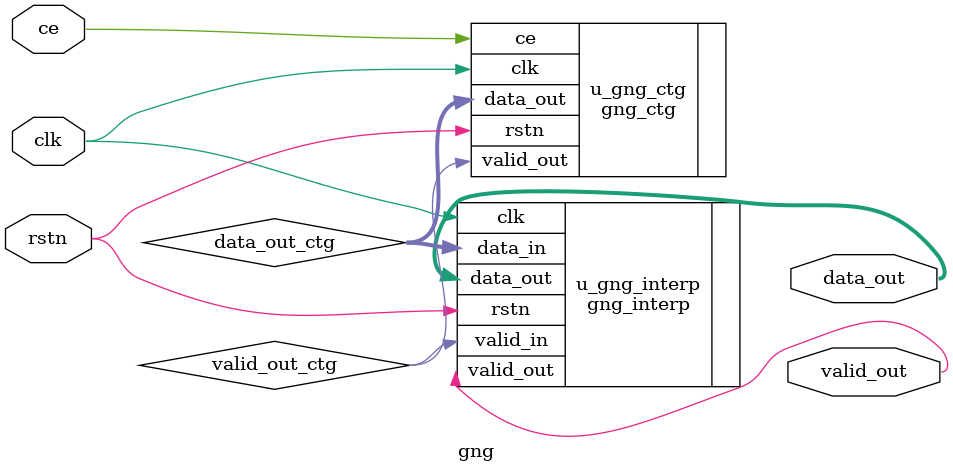
<source format=v>
 
 
`timescale 1 ns / 1 ps
 
 
module gng #(
    parameter INIT_Z1 = 64'd5030521883283424767,
    parameter INIT_Z2 = 64'd18445829279364155008,
    parameter INIT_Z3 = 64'd18436106298727503359
)
(
    // System signals
    input clk,                    // system clock
    input rstn,                   // system synchronous reset, active low
 
    // Data interface
    input ce,                     // clock enable
    output valid_out,             // output data valid
    output [15:0] data_out        // output data, s<16,11>
);
 
// Local variables
wire valid_out_ctg;
wire [63:0] data_out_ctg;
 
 
// Instances
gng_ctg #(
    .INIT_Z1(INIT_Z1),
    .INIT_Z2(INIT_Z2),
    .INIT_Z3(INIT_Z3)
) u_gng_ctg (
    .clk(clk),
    .rstn(rstn),
    .ce(ce),
    .valid_out(valid_out_ctg),
    .data_out(data_out_ctg)
);
 
gng_interp u_gng_interp (
    .clk(clk),
    .rstn(rstn),
    .valid_in(valid_out_ctg),
    .data_in(data_out_ctg),
    .valid_out(valid_out),
    .data_out(data_out)
);
 
 
endmodule

</source>
